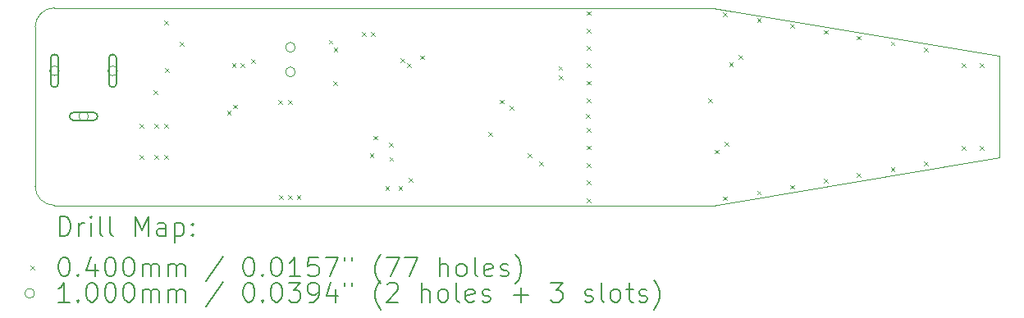
<source format=gbr>
%FSLAX45Y45*%
G04 Gerber Fmt 4.5, Leading zero omitted, Abs format (unit mm)*
G04 Created by KiCad (PCBNEW (6.0.2)) date 2022-06-19 20:52:34*
%MOMM*%
%LPD*%
G01*
G04 APERTURE LIST*
%TA.AperFunction,Profile*%
%ADD10C,0.100000*%
%TD*%
%ADD11C,0.200000*%
%ADD12C,0.040000*%
%ADD13C,0.100000*%
G04 APERTURE END LIST*
D10*
X19250000Y-9937715D02*
X19250000Y-10985000D01*
X9500000Y-9441358D02*
X16300000Y-9441358D01*
X9500000Y-11481357D02*
X16300000Y-11481357D01*
X9300000Y-11281357D02*
X9300000Y-9641358D01*
X16300000Y-9441358D02*
X19250000Y-9937715D01*
X16300000Y-11481357D02*
X19250000Y-10985000D01*
X9300000Y-11281357D02*
G75*
G03*
X9500000Y-11481357I200000J0D01*
G01*
X9500000Y-9441358D02*
G75*
G03*
X9300000Y-9641358I0J-200000D01*
G01*
D11*
D12*
X10381000Y-10642000D02*
X10421000Y-10682000D01*
X10421000Y-10642000D02*
X10381000Y-10682000D01*
X10381000Y-10962000D02*
X10421000Y-11002000D01*
X10421000Y-10962000D02*
X10381000Y-11002000D01*
X10521000Y-10292000D02*
X10561000Y-10332000D01*
X10561000Y-10292000D02*
X10521000Y-10332000D01*
X10532750Y-10642000D02*
X10572750Y-10682000D01*
X10572750Y-10642000D02*
X10532750Y-10682000D01*
X10532750Y-10962000D02*
X10572750Y-11002000D01*
X10572750Y-10962000D02*
X10532750Y-11002000D01*
X10631000Y-9572000D02*
X10671000Y-9612000D01*
X10671000Y-9572000D02*
X10631000Y-9612000D01*
X10632750Y-10642000D02*
X10672750Y-10682000D01*
X10672750Y-10642000D02*
X10632750Y-10682000D01*
X10632750Y-10962000D02*
X10672750Y-11002000D01*
X10672750Y-10962000D02*
X10632750Y-11002000D01*
X10641000Y-10062000D02*
X10681000Y-10102000D01*
X10681000Y-10062000D02*
X10641000Y-10102000D01*
X10795000Y-9792500D02*
X10835000Y-9832500D01*
X10835000Y-9792500D02*
X10795000Y-9832500D01*
X11281000Y-10502000D02*
X11321000Y-10542000D01*
X11321000Y-10502000D02*
X11281000Y-10542000D01*
X11331000Y-10012000D02*
X11371000Y-10052000D01*
X11371000Y-10012000D02*
X11331000Y-10052000D01*
X11341000Y-10442000D02*
X11381000Y-10482000D01*
X11381000Y-10442000D02*
X11341000Y-10482000D01*
X11421000Y-10012000D02*
X11461000Y-10052000D01*
X11461000Y-10012000D02*
X11421000Y-10052000D01*
X11532250Y-9970750D02*
X11572250Y-10010750D01*
X11572250Y-9970750D02*
X11532250Y-10010750D01*
X11811000Y-10392000D02*
X11851000Y-10432000D01*
X11851000Y-10392000D02*
X11811000Y-10432000D01*
X11821000Y-11376000D02*
X11861000Y-11416000D01*
X11861000Y-11376000D02*
X11821000Y-11416000D01*
X11911000Y-10392000D02*
X11951000Y-10432000D01*
X11951000Y-10392000D02*
X11911000Y-10432000D01*
X11911000Y-11376000D02*
X11951000Y-11416000D01*
X11951000Y-11376000D02*
X11911000Y-11416000D01*
X12001000Y-11376000D02*
X12041000Y-11416000D01*
X12041000Y-11376000D02*
X12001000Y-11416000D01*
X12331000Y-9772000D02*
X12371000Y-9812000D01*
X12371000Y-9772000D02*
X12331000Y-9812000D01*
X12376255Y-10201245D02*
X12416255Y-10241245D01*
X12416255Y-10201245D02*
X12376255Y-10241245D01*
X12381000Y-9852000D02*
X12421000Y-9892000D01*
X12421000Y-9852000D02*
X12381000Y-9892000D01*
X12675701Y-9691799D02*
X12715701Y-9731799D01*
X12715701Y-9691799D02*
X12675701Y-9731799D01*
X12753755Y-10946206D02*
X12793755Y-10986206D01*
X12793755Y-10946206D02*
X12753755Y-10986206D01*
X12765701Y-9691799D02*
X12805701Y-9731799D01*
X12805701Y-9691799D02*
X12765701Y-9731799D01*
X12791000Y-10762000D02*
X12831000Y-10802000D01*
X12831000Y-10762000D02*
X12791000Y-10802000D01*
X12913755Y-11286206D02*
X12953755Y-11326206D01*
X12953755Y-11286206D02*
X12913755Y-11326206D01*
X12953755Y-10836206D02*
X12993755Y-10876206D01*
X12993755Y-10836206D02*
X12953755Y-10876206D01*
X12956255Y-10983706D02*
X12996255Y-11023706D01*
X12996255Y-10983706D02*
X12956255Y-11023706D01*
X13051000Y-11282000D02*
X13091000Y-11322000D01*
X13091000Y-11282000D02*
X13051000Y-11322000D01*
X13071000Y-9962000D02*
X13111000Y-10002000D01*
X13111000Y-9962000D02*
X13071000Y-10002000D01*
X13141000Y-10012000D02*
X13181000Y-10052000D01*
X13181000Y-10012000D02*
X13141000Y-10052000D01*
X13153755Y-11196206D02*
X13193755Y-11236206D01*
X13193755Y-11196206D02*
X13153755Y-11236206D01*
X13275000Y-9932500D02*
X13315000Y-9972500D01*
X13315000Y-9932500D02*
X13275000Y-9972500D01*
X13974357Y-10723143D02*
X14014357Y-10763143D01*
X14014357Y-10723143D02*
X13974357Y-10763143D01*
X14095000Y-10391143D02*
X14135000Y-10431143D01*
X14135000Y-10391143D02*
X14095000Y-10431143D01*
X14197000Y-10453143D02*
X14237000Y-10493143D01*
X14237000Y-10453143D02*
X14197000Y-10493143D01*
X14381000Y-10942000D02*
X14421000Y-10982000D01*
X14421000Y-10942000D02*
X14381000Y-10982000D01*
X14501000Y-11032000D02*
X14541000Y-11072000D01*
X14541000Y-11032000D02*
X14501000Y-11072000D01*
X14701000Y-10042000D02*
X14741000Y-10082000D01*
X14741000Y-10042000D02*
X14701000Y-10082000D01*
X14704250Y-10141893D02*
X14744250Y-10181893D01*
X14744250Y-10141893D02*
X14704250Y-10181893D01*
X14985000Y-10541143D02*
X15025000Y-10581143D01*
X15025000Y-10541143D02*
X14985000Y-10581143D01*
X14995000Y-9475000D02*
X15035000Y-9515000D01*
X15035000Y-9475000D02*
X14995000Y-9515000D01*
X14995000Y-9655000D02*
X15035000Y-9695000D01*
X15035000Y-9655000D02*
X14995000Y-9695000D01*
X14995000Y-9835000D02*
X15035000Y-9875000D01*
X15035000Y-9835000D02*
X14995000Y-9875000D01*
X14995000Y-10015000D02*
X15035000Y-10055000D01*
X15035000Y-10015000D02*
X14995000Y-10055000D01*
X14995000Y-10195000D02*
X15035000Y-10235000D01*
X15035000Y-10195000D02*
X14995000Y-10235000D01*
X14995000Y-10375000D02*
X15035000Y-10415000D01*
X15035000Y-10375000D02*
X14995000Y-10415000D01*
X14995000Y-10685000D02*
X15035000Y-10725000D01*
X15035000Y-10685000D02*
X14995000Y-10725000D01*
X14995000Y-10865000D02*
X15035000Y-10905000D01*
X15035000Y-10865000D02*
X14995000Y-10905000D01*
X14995000Y-11045000D02*
X15035000Y-11085000D01*
X15035000Y-11045000D02*
X14995000Y-11085000D01*
X14995000Y-11225000D02*
X15035000Y-11265000D01*
X15035000Y-11225000D02*
X14995000Y-11265000D01*
X14995000Y-11410000D02*
X15035000Y-11450000D01*
X15035000Y-11410000D02*
X14995000Y-11450000D01*
X16243505Y-10379358D02*
X16283505Y-10419358D01*
X16283505Y-10379358D02*
X16243505Y-10419358D01*
X16312500Y-10906358D02*
X16352500Y-10946358D01*
X16352500Y-10906358D02*
X16312500Y-10946358D01*
X16400000Y-9490000D02*
X16440000Y-9530000D01*
X16440000Y-9490000D02*
X16400000Y-9530000D01*
X16401078Y-11390000D02*
X16441078Y-11430000D01*
X16441078Y-11390000D02*
X16401078Y-11430000D01*
X16412500Y-10826358D02*
X16452500Y-10866358D01*
X16452500Y-10826358D02*
X16412500Y-10866358D01*
X16462500Y-10005000D02*
X16502500Y-10045000D01*
X16502500Y-10005000D02*
X16462500Y-10045000D01*
X16560000Y-9930000D02*
X16600000Y-9970000D01*
X16600000Y-9930000D02*
X16560000Y-9970000D01*
X16750000Y-9550000D02*
X16790000Y-9590000D01*
X16790000Y-9550000D02*
X16750000Y-9590000D01*
X16751078Y-11330000D02*
X16791078Y-11370000D01*
X16791078Y-11330000D02*
X16751078Y-11370000D01*
X17090000Y-9610000D02*
X17130000Y-9650000D01*
X17130000Y-9610000D02*
X17090000Y-9650000D01*
X17091078Y-11270000D02*
X17131078Y-11310000D01*
X17131078Y-11270000D02*
X17091078Y-11310000D01*
X17440000Y-9670000D02*
X17480000Y-9710000D01*
X17480000Y-9670000D02*
X17440000Y-9710000D01*
X17441078Y-11210000D02*
X17481078Y-11250000D01*
X17481078Y-11210000D02*
X17441078Y-11250000D01*
X17780000Y-9730000D02*
X17820000Y-9770000D01*
X17820000Y-9730000D02*
X17780000Y-9770000D01*
X17781078Y-11150000D02*
X17821078Y-11190000D01*
X17821078Y-11150000D02*
X17781078Y-11190000D01*
X18130000Y-9790000D02*
X18170000Y-9830000D01*
X18170000Y-9790000D02*
X18130000Y-9830000D01*
X18131078Y-11090000D02*
X18171078Y-11130000D01*
X18171078Y-11090000D02*
X18131078Y-11130000D01*
X18470000Y-9850000D02*
X18510000Y-9890000D01*
X18510000Y-9850000D02*
X18470000Y-9890000D01*
X18471078Y-11030000D02*
X18511078Y-11070000D01*
X18511078Y-11030000D02*
X18471078Y-11070000D01*
X18865000Y-10015000D02*
X18905000Y-10055000D01*
X18905000Y-10015000D02*
X18865000Y-10055000D01*
X18865000Y-10870000D02*
X18905000Y-10910000D01*
X18905000Y-10870000D02*
X18865000Y-10910000D01*
X19050000Y-10015000D02*
X19090000Y-10055000D01*
X19090000Y-10015000D02*
X19050000Y-10055000D01*
X19050000Y-10870000D02*
X19090000Y-10910000D01*
X19090000Y-10870000D02*
X19050000Y-10910000D01*
D13*
X9551000Y-10092000D02*
G75*
G03*
X9551000Y-10092000I-50000J0D01*
G01*
D11*
X9541000Y-10222000D02*
X9541000Y-9962000D01*
X9461000Y-10222000D02*
X9461000Y-9962000D01*
X9541000Y-9962000D02*
G75*
G03*
X9461000Y-9962000I-40000J0D01*
G01*
X9461000Y-10222000D02*
G75*
G03*
X9541000Y-10222000I40000J0D01*
G01*
D13*
X9851000Y-10562000D02*
G75*
G03*
X9851000Y-10562000I-50000J0D01*
G01*
D11*
X9696000Y-10602000D02*
X9906000Y-10602000D01*
X9696000Y-10522000D02*
X9906000Y-10522000D01*
X9906000Y-10602000D02*
G75*
G03*
X9906000Y-10522000I0J40000D01*
G01*
X9696000Y-10522000D02*
G75*
G03*
X9696000Y-10602000I0J-40000D01*
G01*
D13*
X10151000Y-10092000D02*
G75*
G03*
X10151000Y-10092000I-50000J0D01*
G01*
D11*
X10141000Y-10222000D02*
X10141000Y-9962000D01*
X10061000Y-10222000D02*
X10061000Y-9962000D01*
X10141000Y-9962000D02*
G75*
G03*
X10061000Y-9962000I-40000J0D01*
G01*
X10061000Y-10222000D02*
G75*
G03*
X10141000Y-10222000I40000J0D01*
G01*
D13*
X11985000Y-9848500D02*
G75*
G03*
X11985000Y-9848500I-50000J0D01*
G01*
X11985000Y-10102500D02*
G75*
G03*
X11985000Y-10102500I-50000J0D01*
G01*
D11*
X9552619Y-11796834D02*
X9552619Y-11596834D01*
X9600238Y-11596834D01*
X9628810Y-11606357D01*
X9647857Y-11625405D01*
X9657381Y-11644453D01*
X9666905Y-11682548D01*
X9666905Y-11711119D01*
X9657381Y-11749215D01*
X9647857Y-11768262D01*
X9628810Y-11787310D01*
X9600238Y-11796834D01*
X9552619Y-11796834D01*
X9752619Y-11796834D02*
X9752619Y-11663500D01*
X9752619Y-11701595D02*
X9762143Y-11682548D01*
X9771667Y-11673024D01*
X9790714Y-11663500D01*
X9809762Y-11663500D01*
X9876429Y-11796834D02*
X9876429Y-11663500D01*
X9876429Y-11596834D02*
X9866905Y-11606357D01*
X9876429Y-11615881D01*
X9885952Y-11606357D01*
X9876429Y-11596834D01*
X9876429Y-11615881D01*
X10000238Y-11796834D02*
X9981190Y-11787310D01*
X9971667Y-11768262D01*
X9971667Y-11596834D01*
X10105000Y-11796834D02*
X10085952Y-11787310D01*
X10076429Y-11768262D01*
X10076429Y-11596834D01*
X10333571Y-11796834D02*
X10333571Y-11596834D01*
X10400238Y-11739691D01*
X10466905Y-11596834D01*
X10466905Y-11796834D01*
X10647857Y-11796834D02*
X10647857Y-11692072D01*
X10638333Y-11673024D01*
X10619286Y-11663500D01*
X10581190Y-11663500D01*
X10562143Y-11673024D01*
X10647857Y-11787310D02*
X10628810Y-11796834D01*
X10581190Y-11796834D01*
X10562143Y-11787310D01*
X10552619Y-11768262D01*
X10552619Y-11749215D01*
X10562143Y-11730167D01*
X10581190Y-11720643D01*
X10628810Y-11720643D01*
X10647857Y-11711119D01*
X10743095Y-11663500D02*
X10743095Y-11863500D01*
X10743095Y-11673024D02*
X10762143Y-11663500D01*
X10800238Y-11663500D01*
X10819286Y-11673024D01*
X10828810Y-11682548D01*
X10838333Y-11701595D01*
X10838333Y-11758738D01*
X10828810Y-11777786D01*
X10819286Y-11787310D01*
X10800238Y-11796834D01*
X10762143Y-11796834D01*
X10743095Y-11787310D01*
X10924048Y-11777786D02*
X10933571Y-11787310D01*
X10924048Y-11796834D01*
X10914524Y-11787310D01*
X10924048Y-11777786D01*
X10924048Y-11796834D01*
X10924048Y-11673024D02*
X10933571Y-11682548D01*
X10924048Y-11692072D01*
X10914524Y-11682548D01*
X10924048Y-11673024D01*
X10924048Y-11692072D01*
D12*
X9255000Y-12106357D02*
X9295000Y-12146357D01*
X9295000Y-12106357D02*
X9255000Y-12146357D01*
D11*
X9590714Y-12016834D02*
X9609762Y-12016834D01*
X9628810Y-12026357D01*
X9638333Y-12035881D01*
X9647857Y-12054929D01*
X9657381Y-12093024D01*
X9657381Y-12140643D01*
X9647857Y-12178738D01*
X9638333Y-12197786D01*
X9628810Y-12207310D01*
X9609762Y-12216834D01*
X9590714Y-12216834D01*
X9571667Y-12207310D01*
X9562143Y-12197786D01*
X9552619Y-12178738D01*
X9543095Y-12140643D01*
X9543095Y-12093024D01*
X9552619Y-12054929D01*
X9562143Y-12035881D01*
X9571667Y-12026357D01*
X9590714Y-12016834D01*
X9743095Y-12197786D02*
X9752619Y-12207310D01*
X9743095Y-12216834D01*
X9733571Y-12207310D01*
X9743095Y-12197786D01*
X9743095Y-12216834D01*
X9924048Y-12083500D02*
X9924048Y-12216834D01*
X9876429Y-12007310D02*
X9828810Y-12150167D01*
X9952619Y-12150167D01*
X10066905Y-12016834D02*
X10085952Y-12016834D01*
X10105000Y-12026357D01*
X10114524Y-12035881D01*
X10124048Y-12054929D01*
X10133571Y-12093024D01*
X10133571Y-12140643D01*
X10124048Y-12178738D01*
X10114524Y-12197786D01*
X10105000Y-12207310D01*
X10085952Y-12216834D01*
X10066905Y-12216834D01*
X10047857Y-12207310D01*
X10038333Y-12197786D01*
X10028810Y-12178738D01*
X10019286Y-12140643D01*
X10019286Y-12093024D01*
X10028810Y-12054929D01*
X10038333Y-12035881D01*
X10047857Y-12026357D01*
X10066905Y-12016834D01*
X10257381Y-12016834D02*
X10276429Y-12016834D01*
X10295476Y-12026357D01*
X10305000Y-12035881D01*
X10314524Y-12054929D01*
X10324048Y-12093024D01*
X10324048Y-12140643D01*
X10314524Y-12178738D01*
X10305000Y-12197786D01*
X10295476Y-12207310D01*
X10276429Y-12216834D01*
X10257381Y-12216834D01*
X10238333Y-12207310D01*
X10228810Y-12197786D01*
X10219286Y-12178738D01*
X10209762Y-12140643D01*
X10209762Y-12093024D01*
X10219286Y-12054929D01*
X10228810Y-12035881D01*
X10238333Y-12026357D01*
X10257381Y-12016834D01*
X10409762Y-12216834D02*
X10409762Y-12083500D01*
X10409762Y-12102548D02*
X10419286Y-12093024D01*
X10438333Y-12083500D01*
X10466905Y-12083500D01*
X10485952Y-12093024D01*
X10495476Y-12112072D01*
X10495476Y-12216834D01*
X10495476Y-12112072D02*
X10505000Y-12093024D01*
X10524048Y-12083500D01*
X10552619Y-12083500D01*
X10571667Y-12093024D01*
X10581190Y-12112072D01*
X10581190Y-12216834D01*
X10676429Y-12216834D02*
X10676429Y-12083500D01*
X10676429Y-12102548D02*
X10685952Y-12093024D01*
X10705000Y-12083500D01*
X10733571Y-12083500D01*
X10752619Y-12093024D01*
X10762143Y-12112072D01*
X10762143Y-12216834D01*
X10762143Y-12112072D02*
X10771667Y-12093024D01*
X10790714Y-12083500D01*
X10819286Y-12083500D01*
X10838333Y-12093024D01*
X10847857Y-12112072D01*
X10847857Y-12216834D01*
X11238333Y-12007310D02*
X11066905Y-12264453D01*
X11495476Y-12016834D02*
X11514524Y-12016834D01*
X11533571Y-12026357D01*
X11543095Y-12035881D01*
X11552619Y-12054929D01*
X11562143Y-12093024D01*
X11562143Y-12140643D01*
X11552619Y-12178738D01*
X11543095Y-12197786D01*
X11533571Y-12207310D01*
X11514524Y-12216834D01*
X11495476Y-12216834D01*
X11476428Y-12207310D01*
X11466905Y-12197786D01*
X11457381Y-12178738D01*
X11447857Y-12140643D01*
X11447857Y-12093024D01*
X11457381Y-12054929D01*
X11466905Y-12035881D01*
X11476428Y-12026357D01*
X11495476Y-12016834D01*
X11647857Y-12197786D02*
X11657381Y-12207310D01*
X11647857Y-12216834D01*
X11638333Y-12207310D01*
X11647857Y-12197786D01*
X11647857Y-12216834D01*
X11781190Y-12016834D02*
X11800238Y-12016834D01*
X11819286Y-12026357D01*
X11828809Y-12035881D01*
X11838333Y-12054929D01*
X11847857Y-12093024D01*
X11847857Y-12140643D01*
X11838333Y-12178738D01*
X11828809Y-12197786D01*
X11819286Y-12207310D01*
X11800238Y-12216834D01*
X11781190Y-12216834D01*
X11762143Y-12207310D01*
X11752619Y-12197786D01*
X11743095Y-12178738D01*
X11733571Y-12140643D01*
X11733571Y-12093024D01*
X11743095Y-12054929D01*
X11752619Y-12035881D01*
X11762143Y-12026357D01*
X11781190Y-12016834D01*
X12038333Y-12216834D02*
X11924048Y-12216834D01*
X11981190Y-12216834D02*
X11981190Y-12016834D01*
X11962143Y-12045405D01*
X11943095Y-12064453D01*
X11924048Y-12073976D01*
X12219286Y-12016834D02*
X12124048Y-12016834D01*
X12114524Y-12112072D01*
X12124048Y-12102548D01*
X12143095Y-12093024D01*
X12190714Y-12093024D01*
X12209762Y-12102548D01*
X12219286Y-12112072D01*
X12228809Y-12131119D01*
X12228809Y-12178738D01*
X12219286Y-12197786D01*
X12209762Y-12207310D01*
X12190714Y-12216834D01*
X12143095Y-12216834D01*
X12124048Y-12207310D01*
X12114524Y-12197786D01*
X12295476Y-12016834D02*
X12428809Y-12016834D01*
X12343095Y-12216834D01*
X12495476Y-12016834D02*
X12495476Y-12054929D01*
X12571667Y-12016834D02*
X12571667Y-12054929D01*
X12866905Y-12293024D02*
X12857381Y-12283500D01*
X12838333Y-12254929D01*
X12828809Y-12235881D01*
X12819286Y-12207310D01*
X12809762Y-12159691D01*
X12809762Y-12121595D01*
X12819286Y-12073976D01*
X12828809Y-12045405D01*
X12838333Y-12026357D01*
X12857381Y-11997786D01*
X12866905Y-11988262D01*
X12924048Y-12016834D02*
X13057381Y-12016834D01*
X12971667Y-12216834D01*
X13114524Y-12016834D02*
X13247857Y-12016834D01*
X13162143Y-12216834D01*
X13476428Y-12216834D02*
X13476428Y-12016834D01*
X13562143Y-12216834D02*
X13562143Y-12112072D01*
X13552619Y-12093024D01*
X13533571Y-12083500D01*
X13505000Y-12083500D01*
X13485952Y-12093024D01*
X13476428Y-12102548D01*
X13685952Y-12216834D02*
X13666905Y-12207310D01*
X13657381Y-12197786D01*
X13647857Y-12178738D01*
X13647857Y-12121595D01*
X13657381Y-12102548D01*
X13666905Y-12093024D01*
X13685952Y-12083500D01*
X13714524Y-12083500D01*
X13733571Y-12093024D01*
X13743095Y-12102548D01*
X13752619Y-12121595D01*
X13752619Y-12178738D01*
X13743095Y-12197786D01*
X13733571Y-12207310D01*
X13714524Y-12216834D01*
X13685952Y-12216834D01*
X13866905Y-12216834D02*
X13847857Y-12207310D01*
X13838333Y-12188262D01*
X13838333Y-12016834D01*
X14019286Y-12207310D02*
X14000238Y-12216834D01*
X13962143Y-12216834D01*
X13943095Y-12207310D01*
X13933571Y-12188262D01*
X13933571Y-12112072D01*
X13943095Y-12093024D01*
X13962143Y-12083500D01*
X14000238Y-12083500D01*
X14019286Y-12093024D01*
X14028809Y-12112072D01*
X14028809Y-12131119D01*
X13933571Y-12150167D01*
X14105000Y-12207310D02*
X14124048Y-12216834D01*
X14162143Y-12216834D01*
X14181190Y-12207310D01*
X14190714Y-12188262D01*
X14190714Y-12178738D01*
X14181190Y-12159691D01*
X14162143Y-12150167D01*
X14133571Y-12150167D01*
X14114524Y-12140643D01*
X14105000Y-12121595D01*
X14105000Y-12112072D01*
X14114524Y-12093024D01*
X14133571Y-12083500D01*
X14162143Y-12083500D01*
X14181190Y-12093024D01*
X14257381Y-12293024D02*
X14266905Y-12283500D01*
X14285952Y-12254929D01*
X14295476Y-12235881D01*
X14305000Y-12207310D01*
X14314524Y-12159691D01*
X14314524Y-12121595D01*
X14305000Y-12073976D01*
X14295476Y-12045405D01*
X14285952Y-12026357D01*
X14266905Y-11997786D01*
X14257381Y-11988262D01*
D13*
X9295000Y-12390357D02*
G75*
G03*
X9295000Y-12390357I-50000J0D01*
G01*
D11*
X9657381Y-12480834D02*
X9543095Y-12480834D01*
X9600238Y-12480834D02*
X9600238Y-12280834D01*
X9581190Y-12309405D01*
X9562143Y-12328453D01*
X9543095Y-12337976D01*
X9743095Y-12461786D02*
X9752619Y-12471310D01*
X9743095Y-12480834D01*
X9733571Y-12471310D01*
X9743095Y-12461786D01*
X9743095Y-12480834D01*
X9876429Y-12280834D02*
X9895476Y-12280834D01*
X9914524Y-12290357D01*
X9924048Y-12299881D01*
X9933571Y-12318929D01*
X9943095Y-12357024D01*
X9943095Y-12404643D01*
X9933571Y-12442738D01*
X9924048Y-12461786D01*
X9914524Y-12471310D01*
X9895476Y-12480834D01*
X9876429Y-12480834D01*
X9857381Y-12471310D01*
X9847857Y-12461786D01*
X9838333Y-12442738D01*
X9828810Y-12404643D01*
X9828810Y-12357024D01*
X9838333Y-12318929D01*
X9847857Y-12299881D01*
X9857381Y-12290357D01*
X9876429Y-12280834D01*
X10066905Y-12280834D02*
X10085952Y-12280834D01*
X10105000Y-12290357D01*
X10114524Y-12299881D01*
X10124048Y-12318929D01*
X10133571Y-12357024D01*
X10133571Y-12404643D01*
X10124048Y-12442738D01*
X10114524Y-12461786D01*
X10105000Y-12471310D01*
X10085952Y-12480834D01*
X10066905Y-12480834D01*
X10047857Y-12471310D01*
X10038333Y-12461786D01*
X10028810Y-12442738D01*
X10019286Y-12404643D01*
X10019286Y-12357024D01*
X10028810Y-12318929D01*
X10038333Y-12299881D01*
X10047857Y-12290357D01*
X10066905Y-12280834D01*
X10257381Y-12280834D02*
X10276429Y-12280834D01*
X10295476Y-12290357D01*
X10305000Y-12299881D01*
X10314524Y-12318929D01*
X10324048Y-12357024D01*
X10324048Y-12404643D01*
X10314524Y-12442738D01*
X10305000Y-12461786D01*
X10295476Y-12471310D01*
X10276429Y-12480834D01*
X10257381Y-12480834D01*
X10238333Y-12471310D01*
X10228810Y-12461786D01*
X10219286Y-12442738D01*
X10209762Y-12404643D01*
X10209762Y-12357024D01*
X10219286Y-12318929D01*
X10228810Y-12299881D01*
X10238333Y-12290357D01*
X10257381Y-12280834D01*
X10409762Y-12480834D02*
X10409762Y-12347500D01*
X10409762Y-12366548D02*
X10419286Y-12357024D01*
X10438333Y-12347500D01*
X10466905Y-12347500D01*
X10485952Y-12357024D01*
X10495476Y-12376072D01*
X10495476Y-12480834D01*
X10495476Y-12376072D02*
X10505000Y-12357024D01*
X10524048Y-12347500D01*
X10552619Y-12347500D01*
X10571667Y-12357024D01*
X10581190Y-12376072D01*
X10581190Y-12480834D01*
X10676429Y-12480834D02*
X10676429Y-12347500D01*
X10676429Y-12366548D02*
X10685952Y-12357024D01*
X10705000Y-12347500D01*
X10733571Y-12347500D01*
X10752619Y-12357024D01*
X10762143Y-12376072D01*
X10762143Y-12480834D01*
X10762143Y-12376072D02*
X10771667Y-12357024D01*
X10790714Y-12347500D01*
X10819286Y-12347500D01*
X10838333Y-12357024D01*
X10847857Y-12376072D01*
X10847857Y-12480834D01*
X11238333Y-12271310D02*
X11066905Y-12528453D01*
X11495476Y-12280834D02*
X11514524Y-12280834D01*
X11533571Y-12290357D01*
X11543095Y-12299881D01*
X11552619Y-12318929D01*
X11562143Y-12357024D01*
X11562143Y-12404643D01*
X11552619Y-12442738D01*
X11543095Y-12461786D01*
X11533571Y-12471310D01*
X11514524Y-12480834D01*
X11495476Y-12480834D01*
X11476428Y-12471310D01*
X11466905Y-12461786D01*
X11457381Y-12442738D01*
X11447857Y-12404643D01*
X11447857Y-12357024D01*
X11457381Y-12318929D01*
X11466905Y-12299881D01*
X11476428Y-12290357D01*
X11495476Y-12280834D01*
X11647857Y-12461786D02*
X11657381Y-12471310D01*
X11647857Y-12480834D01*
X11638333Y-12471310D01*
X11647857Y-12461786D01*
X11647857Y-12480834D01*
X11781190Y-12280834D02*
X11800238Y-12280834D01*
X11819286Y-12290357D01*
X11828809Y-12299881D01*
X11838333Y-12318929D01*
X11847857Y-12357024D01*
X11847857Y-12404643D01*
X11838333Y-12442738D01*
X11828809Y-12461786D01*
X11819286Y-12471310D01*
X11800238Y-12480834D01*
X11781190Y-12480834D01*
X11762143Y-12471310D01*
X11752619Y-12461786D01*
X11743095Y-12442738D01*
X11733571Y-12404643D01*
X11733571Y-12357024D01*
X11743095Y-12318929D01*
X11752619Y-12299881D01*
X11762143Y-12290357D01*
X11781190Y-12280834D01*
X11914524Y-12280834D02*
X12038333Y-12280834D01*
X11971667Y-12357024D01*
X12000238Y-12357024D01*
X12019286Y-12366548D01*
X12028809Y-12376072D01*
X12038333Y-12395119D01*
X12038333Y-12442738D01*
X12028809Y-12461786D01*
X12019286Y-12471310D01*
X12000238Y-12480834D01*
X11943095Y-12480834D01*
X11924048Y-12471310D01*
X11914524Y-12461786D01*
X12133571Y-12480834D02*
X12171667Y-12480834D01*
X12190714Y-12471310D01*
X12200238Y-12461786D01*
X12219286Y-12433215D01*
X12228809Y-12395119D01*
X12228809Y-12318929D01*
X12219286Y-12299881D01*
X12209762Y-12290357D01*
X12190714Y-12280834D01*
X12152619Y-12280834D01*
X12133571Y-12290357D01*
X12124048Y-12299881D01*
X12114524Y-12318929D01*
X12114524Y-12366548D01*
X12124048Y-12385595D01*
X12133571Y-12395119D01*
X12152619Y-12404643D01*
X12190714Y-12404643D01*
X12209762Y-12395119D01*
X12219286Y-12385595D01*
X12228809Y-12366548D01*
X12400238Y-12347500D02*
X12400238Y-12480834D01*
X12352619Y-12271310D02*
X12305000Y-12414167D01*
X12428809Y-12414167D01*
X12495476Y-12280834D02*
X12495476Y-12318929D01*
X12571667Y-12280834D02*
X12571667Y-12318929D01*
X12866905Y-12557024D02*
X12857381Y-12547500D01*
X12838333Y-12518929D01*
X12828809Y-12499881D01*
X12819286Y-12471310D01*
X12809762Y-12423691D01*
X12809762Y-12385595D01*
X12819286Y-12337976D01*
X12828809Y-12309405D01*
X12838333Y-12290357D01*
X12857381Y-12261786D01*
X12866905Y-12252262D01*
X12933571Y-12299881D02*
X12943095Y-12290357D01*
X12962143Y-12280834D01*
X13009762Y-12280834D01*
X13028809Y-12290357D01*
X13038333Y-12299881D01*
X13047857Y-12318929D01*
X13047857Y-12337976D01*
X13038333Y-12366548D01*
X12924048Y-12480834D01*
X13047857Y-12480834D01*
X13285952Y-12480834D02*
X13285952Y-12280834D01*
X13371667Y-12480834D02*
X13371667Y-12376072D01*
X13362143Y-12357024D01*
X13343095Y-12347500D01*
X13314524Y-12347500D01*
X13295476Y-12357024D01*
X13285952Y-12366548D01*
X13495476Y-12480834D02*
X13476428Y-12471310D01*
X13466905Y-12461786D01*
X13457381Y-12442738D01*
X13457381Y-12385595D01*
X13466905Y-12366548D01*
X13476428Y-12357024D01*
X13495476Y-12347500D01*
X13524048Y-12347500D01*
X13543095Y-12357024D01*
X13552619Y-12366548D01*
X13562143Y-12385595D01*
X13562143Y-12442738D01*
X13552619Y-12461786D01*
X13543095Y-12471310D01*
X13524048Y-12480834D01*
X13495476Y-12480834D01*
X13676428Y-12480834D02*
X13657381Y-12471310D01*
X13647857Y-12452262D01*
X13647857Y-12280834D01*
X13828809Y-12471310D02*
X13809762Y-12480834D01*
X13771667Y-12480834D01*
X13752619Y-12471310D01*
X13743095Y-12452262D01*
X13743095Y-12376072D01*
X13752619Y-12357024D01*
X13771667Y-12347500D01*
X13809762Y-12347500D01*
X13828809Y-12357024D01*
X13838333Y-12376072D01*
X13838333Y-12395119D01*
X13743095Y-12414167D01*
X13914524Y-12471310D02*
X13933571Y-12480834D01*
X13971667Y-12480834D01*
X13990714Y-12471310D01*
X14000238Y-12452262D01*
X14000238Y-12442738D01*
X13990714Y-12423691D01*
X13971667Y-12414167D01*
X13943095Y-12414167D01*
X13924048Y-12404643D01*
X13914524Y-12385595D01*
X13914524Y-12376072D01*
X13924048Y-12357024D01*
X13943095Y-12347500D01*
X13971667Y-12347500D01*
X13990714Y-12357024D01*
X14238333Y-12404643D02*
X14390714Y-12404643D01*
X14314524Y-12480834D02*
X14314524Y-12328453D01*
X14619286Y-12280834D02*
X14743095Y-12280834D01*
X14676428Y-12357024D01*
X14705000Y-12357024D01*
X14724048Y-12366548D01*
X14733571Y-12376072D01*
X14743095Y-12395119D01*
X14743095Y-12442738D01*
X14733571Y-12461786D01*
X14724048Y-12471310D01*
X14705000Y-12480834D01*
X14647857Y-12480834D01*
X14628809Y-12471310D01*
X14619286Y-12461786D01*
X14971667Y-12471310D02*
X14990714Y-12480834D01*
X15028809Y-12480834D01*
X15047857Y-12471310D01*
X15057381Y-12452262D01*
X15057381Y-12442738D01*
X15047857Y-12423691D01*
X15028809Y-12414167D01*
X15000238Y-12414167D01*
X14981190Y-12404643D01*
X14971667Y-12385595D01*
X14971667Y-12376072D01*
X14981190Y-12357024D01*
X15000238Y-12347500D01*
X15028809Y-12347500D01*
X15047857Y-12357024D01*
X15171667Y-12480834D02*
X15152619Y-12471310D01*
X15143095Y-12452262D01*
X15143095Y-12280834D01*
X15276428Y-12480834D02*
X15257381Y-12471310D01*
X15247857Y-12461786D01*
X15238333Y-12442738D01*
X15238333Y-12385595D01*
X15247857Y-12366548D01*
X15257381Y-12357024D01*
X15276428Y-12347500D01*
X15305000Y-12347500D01*
X15324048Y-12357024D01*
X15333571Y-12366548D01*
X15343095Y-12385595D01*
X15343095Y-12442738D01*
X15333571Y-12461786D01*
X15324048Y-12471310D01*
X15305000Y-12480834D01*
X15276428Y-12480834D01*
X15400238Y-12347500D02*
X15476428Y-12347500D01*
X15428809Y-12280834D02*
X15428809Y-12452262D01*
X15438333Y-12471310D01*
X15457381Y-12480834D01*
X15476428Y-12480834D01*
X15533571Y-12471310D02*
X15552619Y-12480834D01*
X15590714Y-12480834D01*
X15609762Y-12471310D01*
X15619286Y-12452262D01*
X15619286Y-12442738D01*
X15609762Y-12423691D01*
X15590714Y-12414167D01*
X15562143Y-12414167D01*
X15543095Y-12404643D01*
X15533571Y-12385595D01*
X15533571Y-12376072D01*
X15543095Y-12357024D01*
X15562143Y-12347500D01*
X15590714Y-12347500D01*
X15609762Y-12357024D01*
X15685952Y-12557024D02*
X15695476Y-12547500D01*
X15714524Y-12518929D01*
X15724048Y-12499881D01*
X15733571Y-12471310D01*
X15743095Y-12423691D01*
X15743095Y-12385595D01*
X15733571Y-12337976D01*
X15724048Y-12309405D01*
X15714524Y-12290357D01*
X15695476Y-12261786D01*
X15685952Y-12252262D01*
M02*

</source>
